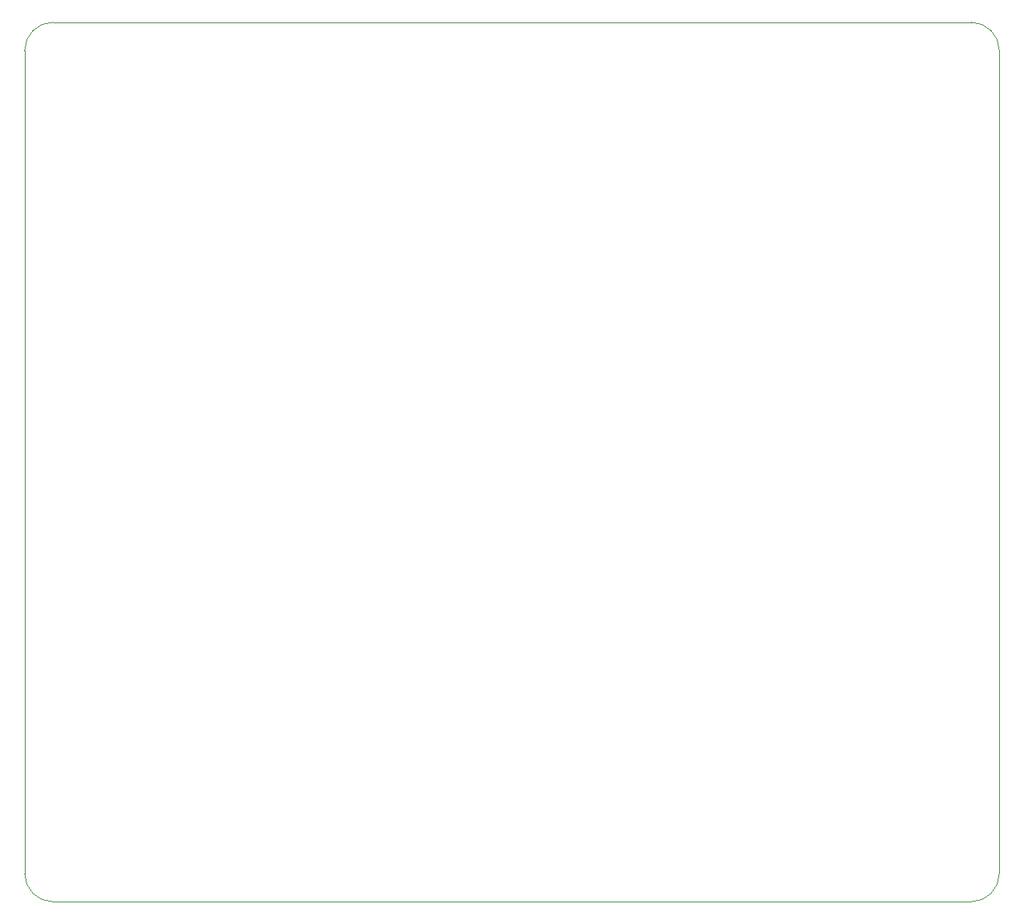
<source format=gbr>
%TF.GenerationSoftware,KiCad,Pcbnew,8.0.6*%
%TF.CreationDate,2024-11-23T20:57:53+01:00*%
%TF.ProjectId,smart home,736d6172-7420-4686-9f6d-652e6b696361,rev?*%
%TF.SameCoordinates,Original*%
%TF.FileFunction,Profile,NP*%
%FSLAX46Y46*%
G04 Gerber Fmt 4.6, Leading zero omitted, Abs format (unit mm)*
G04 Created by KiCad (PCBNEW 8.0.6) date 2024-11-23 20:57:53*
%MOMM*%
%LPD*%
G01*
G04 APERTURE LIST*
%TA.AperFunction,Profile*%
%ADD10C,0.050000*%
%TD*%
G04 APERTURE END LIST*
D10*
X120500000Y-20000000D02*
G75*
G02*
X123500000Y-23000000I0J-3000000D01*
G01*
X120500000Y-113000000D02*
X23500000Y-113000000D01*
X20500000Y-23000000D02*
G75*
G02*
X23500000Y-20000000I3000000J0D01*
G01*
X123500000Y-110000000D02*
X123500000Y-23000000D01*
X23500000Y-20000000D02*
X120500000Y-20000000D01*
X23500000Y-113000000D02*
G75*
G02*
X20500000Y-110000000I0J3000000D01*
G01*
X20500000Y-23000000D02*
X20500000Y-110000000D01*
X123500000Y-110000000D02*
G75*
G02*
X120500000Y-113000000I-3000000J0D01*
G01*
M02*

</source>
